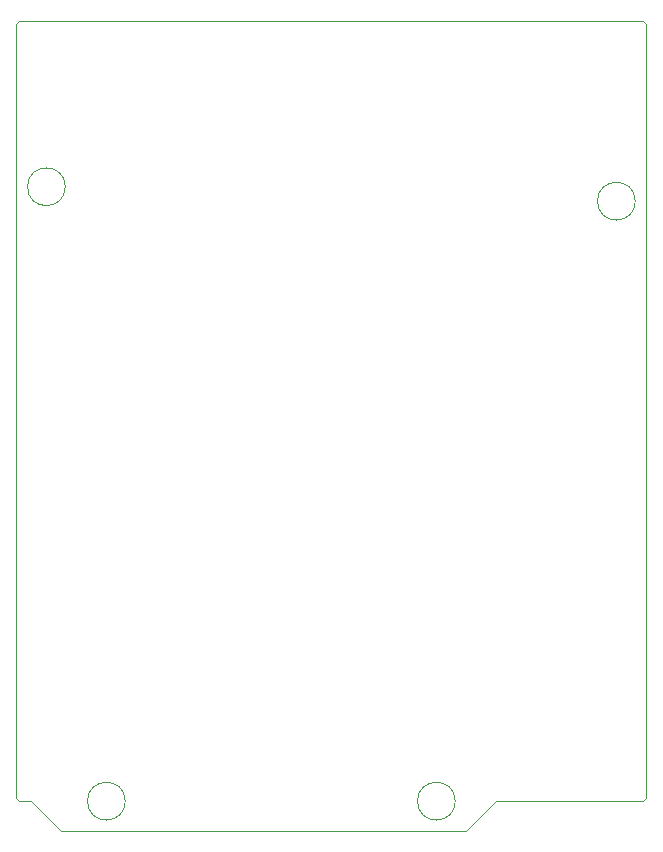
<source format=gbr>
%TF.GenerationSoftware,KiCad,Pcbnew,7.0.9*%
%TF.CreationDate,2024-03-12T23:32:05+08:00*%
%TF.ProjectId,picoduino,7069636f-6475-4696-9e6f-2e6b69636164,rev?*%
%TF.SameCoordinates,Original*%
%TF.FileFunction,Profile,NP*%
%FSLAX46Y46*%
G04 Gerber Fmt 4.6, Leading zero omitted, Abs format (unit mm)*
G04 Created by KiCad (PCBNEW 7.0.9) date 2024-03-12 23:32:05*
%MOMM*%
%LPD*%
G01*
G04 APERTURE LIST*
%TA.AperFunction,Profile*%
%ADD10C,0.100000*%
%TD*%
G04 APERTURE END LIST*
D10*
X131394000Y-84382000D02*
G75*
G03*
X131394000Y-84382000I-1600000J0D01*
G01*
X180340000Y-136398000D02*
X177292000Y-136398000D01*
X177292000Y-136398000D02*
X167894000Y-136398000D01*
X165354000Y-138938000D02*
X163576000Y-138938000D01*
X180340000Y-70358000D02*
X180594000Y-70612000D01*
X127508000Y-70358000D02*
X127254000Y-70612000D01*
X179654000Y-85598000D02*
G75*
G03*
X179654000Y-85598000I-1600000J0D01*
G01*
X180594000Y-136144000D02*
X180340000Y-136398000D01*
X127254000Y-136144000D02*
X127508000Y-136398000D01*
X180594000Y-70612000D02*
X180594000Y-134874000D01*
X163576000Y-138938000D02*
X131064000Y-138938000D01*
X128524000Y-136398000D02*
X127508000Y-136398000D01*
X136474000Y-136398000D02*
G75*
G03*
X136474000Y-136398000I-1600000J0D01*
G01*
X127254000Y-136144000D02*
X127254000Y-70612000D01*
X127508000Y-70358000D02*
X180340000Y-70358000D01*
X167894000Y-136398000D02*
X165354000Y-138938000D01*
X164414000Y-136398000D02*
G75*
G03*
X164414000Y-136398000I-1600000J0D01*
G01*
X131064000Y-138938000D02*
X128524000Y-136398000D01*
X180594000Y-134874000D02*
X180594000Y-136144000D01*
M02*

</source>
